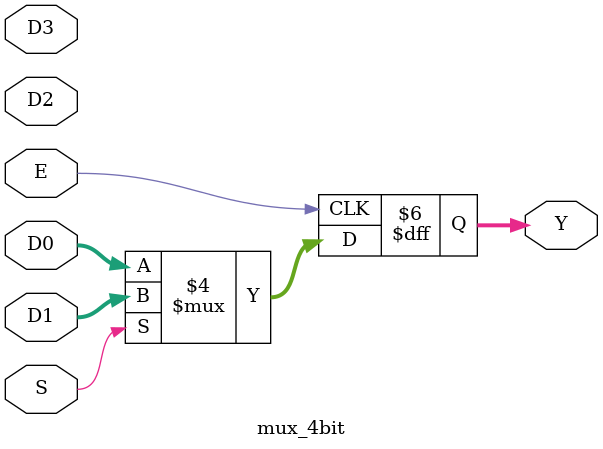
<source format=sv>
module mux_4bit(input [3:0] D0, D1, D2, D3, output reg [3:0] Y, input S, E);

	always @(posedge E) begin
		if (S == 0)
			Y <= D0;
		else
			Y <= D1;
	end

endmodule

</source>
